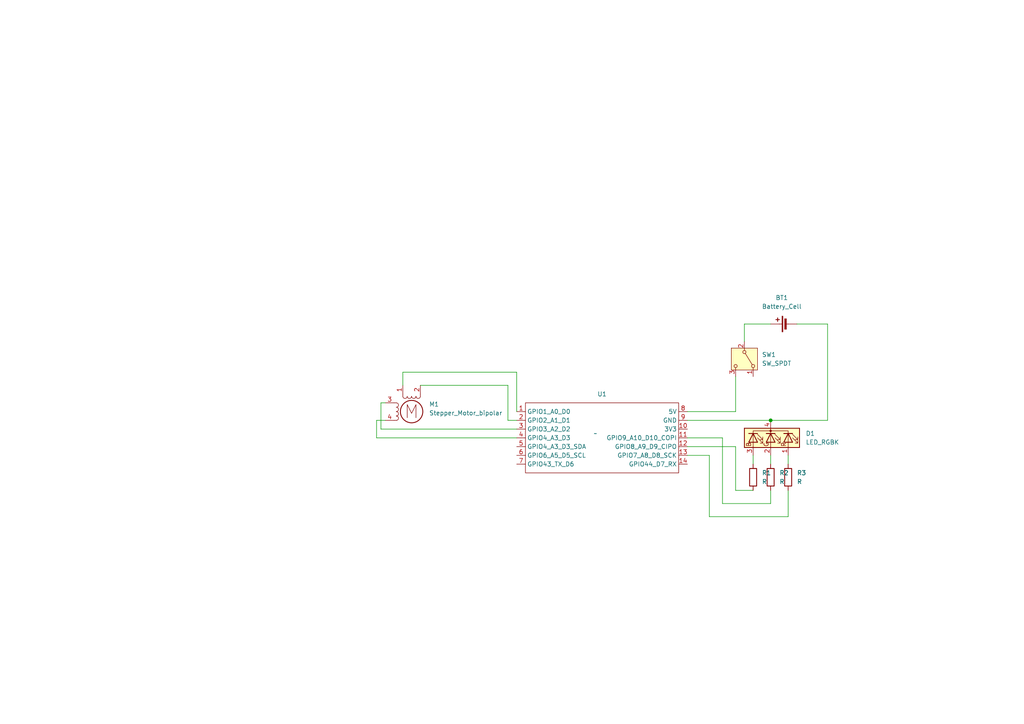
<source format=kicad_sch>
(kicad_sch (version 20230121) (generator eeschema)
  (paper "A4")
  (title_block (title "Ruiqing Wang's Display PCB V2.0") (date "2024-01-29"))
  (lib_symbols
    (symbol "Device:Battery_Cell" (pin_numbers hide) (pin_names (offset 0) hide)
      (property "Reference" "BT" (at 2.54 2.54 0))
      (property "Value" "Battery_Cell" (at 2.54 0 0))
      (symbol "Battery_Cell_0_1"
        (rectangle (start -2.286 1.778) (end 2.286 1.524) (fill (type outline)))
        (rectangle (start -1.524 1.016) (end 1.524 0.508) (fill (type outline)))
        (polyline (pts (xy 0 0.762) (xy 0 0)))
        (polyline (pts (xy 0 1.778) (xy 0 2.54)))
        (polyline (pts (xy 0.762 3.048) (xy 1.778 3.048)) (stroke (width 0.254)))
        (polyline (pts (xy 1.27 3.556) (xy 1.27 2.54)) (stroke (width 0.254)))
      )
      (symbol "Battery_Cell_1_1"
        (pin passive line (at 0 5.08 270) (length 2.54) (name "+") (number "1"))
        (pin passive line (at 0 -2.54 90) (length 2.54) (name "-") (number "2"))
      )
    )
    (symbol "Device:LED_RGBK" (pin_names (offset 0) hide)
      (property "Reference" "D" (at 0 9.398 0))
      (property "Value" "LED_RGBK" (at 0 -8.89 0))
      (symbol "LED_RGBK_0_0"
        (text "B" (at 1.905 -6.35 0) (effects (font (size 1.27 1.27))))
        (text "G" (at 1.905 -1.27 0) (effects (font (size 1.27 1.27))))
        (text "R" (at 1.905 3.81 0) (effects (font (size 1.27 1.27))))
      )
      (symbol "LED_RGBK_0_1"
        (circle (center -2.032 0) (radius 0.254) (fill (type outline)))
        (polyline (pts (xy -1.27 -5.08) (xy 1.27 -5.08)))
        (polyline (pts (xy -1.27 -3.81) (xy -1.27 -6.35)) (stroke (width 0.254)))
        (polyline (pts (xy -1.27 0) (xy -2.54 0)))
        (polyline (pts (xy -1.27 1.27) (xy -1.27 -1.27)) (stroke (width 0.254)))
        (polyline (pts (xy -1.27 5.08) (xy 1.27 5.08)))
        (polyline (pts (xy -1.27 6.35) (xy -1.27 3.81)) (stroke (width 0.254)))
        (polyline (pts (xy 1.27 -5.08) (xy 2.54 -5.08)))
        (polyline (pts (xy 1.27 0) (xy -1.27 0)))
        (polyline (pts (xy 1.27 0) (xy 2.54 0)))
        (polyline (pts (xy 1.27 5.08) (xy 2.54 5.08)))
        (polyline (pts (xy -1.27 1.27) (xy -1.27 -1.27) (xy -1.27 -1.27)))
        (polyline (pts (xy -1.27 6.35) (xy -1.27 3.81) (xy -1.27 3.81)))
        (polyline (pts (xy -1.27 5.08) (xy -2.032 5.08) (xy -2.032 -5.08) (xy -1.016 -5.08)))
        (polyline (pts (xy 1.27 -3.81) (xy 1.27 -6.35) (xy -1.27 -5.08) (xy 1.27 -3.81)) (stroke (width 0.254)))
        (polyline (pts (xy 1.27 1.27) (xy 1.27 -1.27) (xy -1.27 0) (xy 1.27 1.27)) (stroke (width 0.254)))
        (polyline (pts (xy 1.27 6.35) (xy 1.27 3.81) (xy -1.27 5.08) (xy 1.27 6.35)) (stroke (width 0.254)))
        (polyline (pts (xy -1.016 -3.81) (xy 0.508 -2.286) (xy -0.254 -2.286) (xy 0.508 -2.286) (xy 0.508 -3.048)))
        (polyline (pts (xy -1.016 1.27) (xy 0.508 2.794) (xy -0.254 2.794) (xy 0.508 2.794) (xy 0.508 2.032)))
        (polyline (pts (xy -1.016 6.35) (xy 0.508 7.874) (xy -0.254 7.874) (xy 0.508 7.874) (xy 0.508 7.112)))
        (polyline (pts (xy 0 -3.81) (xy 1.524 -2.286) (xy 0.762 -2.286) (xy 1.524 -2.286) (xy 1.524 -3.048)))
        (polyline (pts (xy 0 1.27) (xy 1.524 2.794) (xy 0.762 2.794) (xy 1.524 2.794) (xy 1.524 2.032)))
        (polyline (pts (xy 0 6.35) (xy 1.524 7.874) (xy 0.762 7.874) (xy 1.524 7.874) (xy 1.524 7.112)))
        (rectangle (start 1.27 -1.27) (end 1.27 1.27))
        (rectangle (start 1.27 1.27) (end 1.27 1.27))
        (rectangle (start 1.27 3.81) (end 1.27 6.35))
        (rectangle (start 1.27 6.35) (end 1.27 6.35))
        (rectangle (start 2.794 8.382) (end -2.794 -7.62) (stroke (width 0.254)) (fill (type background)))
      )
      (symbol "LED_RGBK_1_1"
        (pin passive line (at 5.08 5.08 180) (length 2.54) (name "RA") (number "1"))
        (pin passive line (at 5.08 0 180) (length 2.54) (name "GA") (number "2"))
        (pin passive line (at 5.08 -5.08 180) (length 2.54) (name "BA") (number "3"))
        (pin passive line (at -5.08 0 0) (length 2.54) (name "K") (number "4"))
      )
    )
    (symbol "Device:R" (pin_numbers hide) (pin_names (offset 0))
      (property "Reference" "R" (at 2.032 0 90))
      (property "Value" "R" (at 0 0 90))
      (symbol "R_0_1"
        (rectangle (start -1.016 -2.54) (end 1.016 2.54) (stroke (width 0.254)))
      )
      (symbol "R_1_1"
        (pin passive line (at 0 3.81 270) (length 1.27) (name "~") (number "1"))
        (pin passive line (at 0 -3.81 90) (length 1.27) (name "~") (number "2"))
      )
    )
    (symbol "Motor:Stepper_Motor_bipolar" (pin_names (offset 0) hide)
      (property "Reference" "M" (at 3.81 2.54 0))
      (property "Value" "Stepper_Motor_bipolar" (at 3.81 1.27 0))
      (symbol "Stepper_Motor_bipolar_0_0"
        (polyline (pts (xy -1.27 -1.778) (xy -1.27 2.032) (xy 0 -0.508) (xy 1.27 2.032) (xy 1.27 -1.778)))
      )
      (symbol "Stepper_Motor_bipolar_0_1"
        (arc (start -4.445 -2.54) (mid -3.8127 -1.905) (end -4.445 -1.27))
        (arc (start -4.445 -1.27) (mid -3.8127 -0.635) (end -4.445 0))
        (arc (start -4.445 0) (mid -3.8127 0.635) (end -4.445 1.27))
        (arc (start -4.445 1.27) (mid -3.8127 1.905) (end -4.445 2.54))
        (arc (start -2.54 4.445) (mid -1.905 3.8127) (end -1.27 4.445))
        (arc (start -1.27 4.445) (mid -0.635 3.8127) (end 0 4.445))
        (polyline (pts (xy -5.08 -2.54) (xy -4.445 -2.54)))
        (polyline (pts (xy -5.08 2.54) (xy -4.445 2.54)))
        (polyline (pts (xy -2.54 5.08) (xy -2.54 4.445)))
        (polyline (pts (xy 2.54 5.08) (xy 2.54 4.445)))
        (circle (center 0 0) (radius 3.2512) (stroke (width 0.254)))
        (arc (start 0 4.445) (mid 0.635 3.8127) (end 1.27 4.445))
        (arc (start 1.27 4.445) (mid 1.905 3.8127) (end 2.54 4.445))
      )
      (symbol "Stepper_Motor_bipolar_1_1"
        (pin passive line (at -2.54 7.62 270) (length 2.54) (name "~") (number "1"))
        (pin passive line (at 2.54 7.62 270) (length 2.54) (name "-") (number "2"))
        (pin passive line (at -7.62 2.54 0) (length 2.54) (name "~") (number "3"))
        (pin passive line (at -7.62 -2.54 0) (length 2.54) (name "~") (number "4"))
      )
    )
    (symbol "Switch:SW_SPDT" (pin_names (offset 0) hide)
      (property "Reference" "SW" (at 0 5.08 0))
      (property "Value" "SW_SPDT" (at 0 -5.08 0))
      (symbol "SW_SPDT_0_1"
        (circle (center -2.032 0) (radius 0.4572))
        (polyline (pts (xy -1.651 0.254) (xy 1.651 2.286)))
        (circle (center 2.032 -2.54) (radius 0.4572))
        (circle (center 2.032 2.54) (radius 0.4572))
      )
      (symbol "SW_SPDT_1_1"
        (rectangle (start -3.175 3.81) (end 3.175 -3.81) (fill (type background)))
        (pin passive line (at 5.08 2.54 180) (length 2.54) (name "A") (number "1"))
        (pin passive line (at -5.08 0 0) (length 2.54) (name "B") (number "2"))
        (pin passive line (at 5.08 -2.54 180) (length 2.54) (name "C") (number "3"))
      )
    )
    (symbol "esp32:XIAO_ESP32_SENSE"
      (property "Reference" "U" (at 0 0 0))
      (symbol "XIAO_ESP32_SENSE_0_1"
        (polyline (pts (xy -20.32 8.89) (xy -20.32 -11.43) (xy 24.13 -11.43) (xy 24.13 8.89) (xy -20.32 8.89)))
      )
      (symbol "XIAO_ESP32_SENSE_1_1"
        (pin bidirectional line (at -22.86 6.35 0) (length 2.54) (name "GPIO1_A0_D0") (number "1"))
        (pin bidirectional line (at 26.67 1.27 180) (length 2.54) (name "3V3") (number "10"))
        (pin bidirectional line (at 26.67 -1.27 180) (length 2.54) (name "GPIO9_A10_D10_COPI") (number "11"))
        (pin bidirectional line (at 26.67 -3.81 180) (length 2.54) (name "GPIO8_A9_D9_CIPO") (number "12"))
        (pin bidirectional line (at 26.67 -6.35 180) (length 2.54) (name "GPIO7_A8_D8_SCK") (number "13"))
        (pin bidirectional line (at 26.67 -8.89 180) (length 2.54) (name "GPIO44_D7_RX") (number "14"))
        (pin bidirectional line (at -22.86 3.81 0) (length 2.54) (name "GPIO2_A1_D1") (number "2"))
        (pin bidirectional line (at -22.86 1.27 0) (length 2.54) (name "GPIO3_A2_D2") (number "3"))
        (pin bidirectional line (at -22.86 -1.27 0) (length 2.54) (name "GPIO4_A3_D3") (number "4"))
        (pin bidirectional line (at -22.86 -3.81 0) (length 2.54) (name "GPIO4_A3_D3_SDA") (number "5"))
        (pin bidirectional line (at -22.86 -6.35 0) (length 2.54) (name "GPIO6_A5_D5_SCL") (number "6"))
        (pin bidirectional line (at -22.86 -8.89 0) (length 2.54) (name "GPIO43_TX_D6") (number "7"))
        (pin bidirectional line (at 26.67 6.35 180) (length 2.54) (name "5V") (number "8"))
        (pin bidirectional line (at 26.67 3.81 180) (length 2.54) (name "GND") (number "9"))
      )
    )
  )
  (junction (at 223.52 121.92))
  (wire (pts (xy 215.9 99.06) (xy 215.9 93.98)))
  (wire (pts (xy 121.92 111.76) (xy 147.32 111.76)))
  (wire (pts (xy 110.49 124.46) (xy 149.86 124.46)))
  (wire (pts (xy 213.36 129.54) (xy 199.39 129.54)))
  (wire (pts (xy 223.52 142.24) (xy 223.52 146.05)))
  (wire (pts (xy 147.32 121.92) (xy 149.86 121.92)))
  (wire (pts (xy 215.9 93.98) (xy 223.52 93.98)))
  (wire (pts (xy 213.36 142.24) (xy 213.36 129.54)))
  (wire (pts (xy 199.39 119.38) (xy 213.36 119.38)))
  (wire (pts (xy 228.6 149.86) (xy 205.74 149.86)))
  (wire (pts (xy 228.6 142.24) (xy 228.6 149.86)))
  (wire (pts (xy 231.14 93.98) (xy 240.03 93.98)))
  (wire (pts (xy 228.6 132.08) (xy 228.6 134.62)))
  (wire (pts (xy 240.03 93.98) (xy 240.03 121.92)))
  (wire (pts (xy 218.44 142.24) (xy 213.36 142.24)))
  (wire (pts (xy 209.55 146.05) (xy 209.55 127)))
  (wire (pts (xy 223.52 121.92) (xy 240.03 121.92)))
  (wire (pts (xy 223.52 132.08) (xy 223.52 134.62)))
  (wire (pts (xy 111.76 121.92) (xy 109.22 121.92)))
  (wire (pts (xy 147.32 111.76) (xy 147.32 121.92)))
  (wire (pts (xy 149.86 107.95) (xy 149.86 119.38)))
  (wire (pts (xy 110.49 116.84) (xy 110.49 124.46)))
  (wire (pts (xy 109.22 121.92) (xy 109.22 127)))
  (wire (pts (xy 218.44 132.08) (xy 218.44 134.62)))
  (wire (pts (xy 199.39 121.92) (xy 223.52 121.92)))
  (wire (pts (xy 213.36 109.22) (xy 213.36 119.38)))
  (wire (pts (xy 111.76 116.84) (xy 110.49 116.84)))
  (wire (pts (xy 223.52 146.05) (xy 209.55 146.05)))
  (wire (pts (xy 209.55 127) (xy 199.39 127)))
  (wire (pts (xy 116.84 111.76) (xy 116.84 107.95)))
  (wire (pts (xy 205.74 149.86) (xy 205.74 132.08)))
  (wire (pts (xy 109.22 127) (xy 149.86 127)))
  (wire (pts (xy 199.39 132.08) (xy 205.74 132.08)))
  (wire (pts (xy 116.84 107.95) (xy 149.86 107.95)))
  (symbol (lib_id "Device:R") (at 228.6 138.43 0) (unit 1)
    (property "Reference" "R3" (at 231.14 137.16 0) (effects (justify left)))
    (property "Value" "R" (at 231.14 139.7 0) (effects (justify left)))
    (property "Footprint" "Resistor_SMD:R_0805_2012Metric_Pad1.20x1.40mm_HandSolder" (effects hide))
  )
  (symbol (lib_id "Device:R") (at 218.44 138.43 0) (unit 1)
    (property "Reference" "R1" (at 220.98 137.16 0) (effects (justify left)))
    (property "Value" "R" (at 220.98 139.7 0) (effects (justify left)))
    (property "Footprint" "Resistor_SMD:R_0805_2012Metric_Pad1.20x1.40mm_HandSolder" (effects hide))
  )
  (symbol (lib_id "Switch:SW_SPDT") (at 215.9 104.14 270) (unit 1)
    (property "Reference" "SW1" (at 220.98 102.87 90) (effects (justify left)))
    (property "Value" "SW_SPDT" (at 220.98 105.41 90) (effects (justify left)))
    (property "Footprint" "Connector_JST:JST_EH_B3B-EH-A_1x03_P2.50mm_Vertical" (effects hide))
  )
  (symbol (lib_id "esp32:XIAO_ESP32_SENSE") (at 172.72 125.73 0) (unit 1)
    (property "Reference" "U1" (at 174.625 114.3 0))
    (property "Value" "~" (at 172.72 125.73 0))
    (property "Footprint" "514_KiCAD_Demo:XIAO_ESP32_SENSE" (effects hide))
  )
  (symbol (lib_id "Device:LED_RGBK") (at 223.52 127 270) (unit 1)
    (property "Reference" "D1" (at 233.68 125.73 90) (effects (justify left)))
    (property "Value" "LED_RGBK" (at 233.68 128.27 90) (effects (justify left)))
    (property "Footprint" "LED_THT:LED_D5.0mm-4_RGB_Staggered_Pins" (effects hide))
  )
  (symbol (lib_id "Device:R") (at 223.52 138.43 0) (unit 1)
    (property "Reference" "R2" (at 226.06 137.16 0) (effects (justify left)))
    (property "Value" "R" (at 226.06 139.7 0) (effects (justify left)))
    (property "Footprint" "Resistor_SMD:R_0805_2012Metric_Pad1.20x1.40mm_HandSolder" (effects hide))
  )
  (symbol (lib_id "Motor:Stepper_Motor_bipolar") (at 119.38 119.38 0) (unit 1)
    (property "Reference" "M1" (at 124.46 117.2591 0) (effects (justify left)))
    (property "Value" "Stepper_Motor_bipolar" (at 124.46 119.7991 0) (effects (justify left)))
    (property "Footprint" "x27_Footprint:x27_stepper" (effects hide))
    (property "Datasheet" "http://www.infineon.com/dgdl/Application-Note-TLE8110EE_driving_UniPolarStepperMotor_V1.1.pdf?fileId=db3a30431be39b97011be5d0aa0a00b0" (effects hide))
  )
  (symbol (lib_id "Device:Battery_Cell") (at 228.6 93.98 90) (unit 1)
    (property "Reference" "BT1" (at 226.7585 86.36 90))
    (property "Value" "Battery_Cell" (at 226.7585 88.9 90))
    (property "Footprint" "Connector_JST:JST_NV_B02P-NV_1x02_P5.00mm_Vertical" (effects hide))
  )
)
</source>
